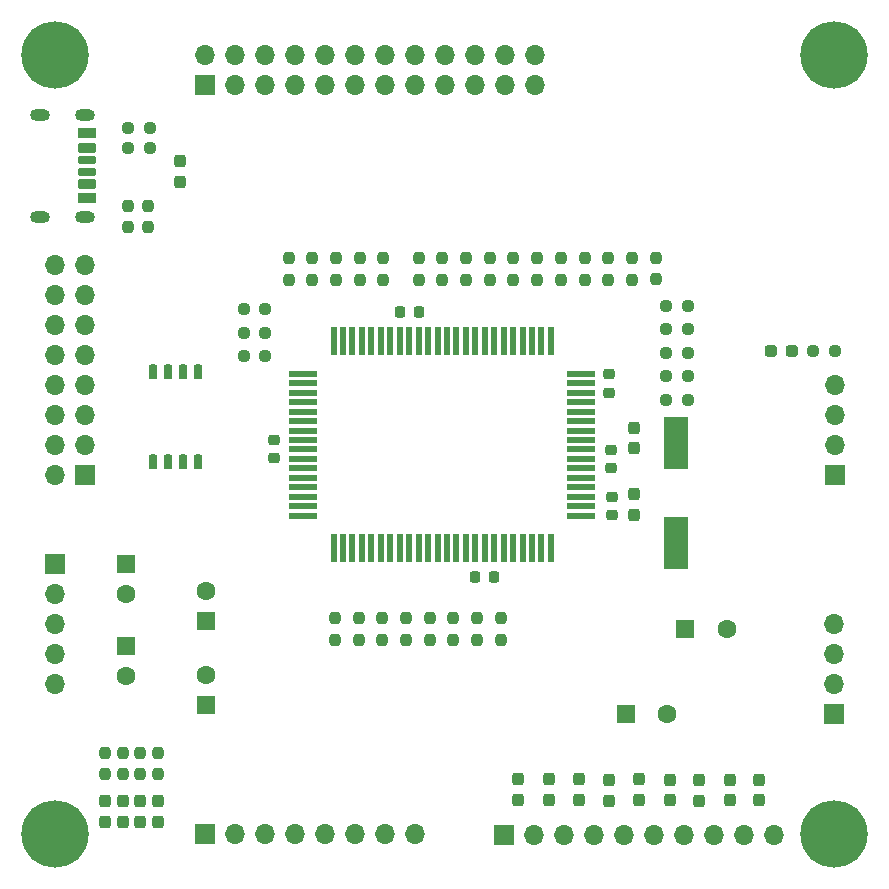
<source format=gts>
%TF.GenerationSoftware,KiCad,Pcbnew,9.0.0*%
%TF.CreationDate,2025-03-31T15:24:45+09:00*%
%TF.ProjectId,ymz771,796d7a37-3731-42e6-9b69-6361645f7063,rev?*%
%TF.SameCoordinates,Original*%
%TF.FileFunction,Soldermask,Top*%
%TF.FilePolarity,Negative*%
%FSLAX46Y46*%
G04 Gerber Fmt 4.6, Leading zero omitted, Abs format (unit mm)*
G04 Created by KiCad (PCBNEW 9.0.0) date 2025-03-31 15:24:45*
%MOMM*%
%LPD*%
G01*
G04 APERTURE LIST*
G04 Aperture macros list*
%AMRoundRect*
0 Rectangle with rounded corners*
0 $1 Rounding radius*
0 $2 $3 $4 $5 $6 $7 $8 $9 X,Y pos of 4 corners*
0 Add a 4 corners polygon primitive as box body*
4,1,4,$2,$3,$4,$5,$6,$7,$8,$9,$2,$3,0*
0 Add four circle primitives for the rounded corners*
1,1,$1+$1,$2,$3*
1,1,$1+$1,$4,$5*
1,1,$1+$1,$6,$7*
1,1,$1+$1,$8,$9*
0 Add four rect primitives between the rounded corners*
20,1,$1+$1,$2,$3,$4,$5,0*
20,1,$1+$1,$4,$5,$6,$7,0*
20,1,$1+$1,$6,$7,$8,$9,0*
20,1,$1+$1,$8,$9,$2,$3,0*%
G04 Aperture macros list end*
%ADD10RoundRect,0.237500X-0.237500X0.287500X-0.237500X-0.287500X0.237500X-0.287500X0.237500X0.287500X0*%
%ADD11R,1.600000X1.600000*%
%ADD12C,1.600000*%
%ADD13RoundRect,0.237500X0.237500X-0.250000X0.237500X0.250000X-0.237500X0.250000X-0.237500X-0.250000X0*%
%ADD14RoundRect,0.237500X0.237500X-0.287500X0.237500X0.287500X-0.237500X0.287500X-0.237500X-0.287500X0*%
%ADD15RoundRect,0.190000X-0.190000X0.445000X-0.190000X-0.445000X0.190000X-0.445000X0.190000X0.445000X0*%
%ADD16RoundRect,0.237500X-0.250000X-0.237500X0.250000X-0.237500X0.250000X0.237500X-0.250000X0.237500X0*%
%ADD17RoundRect,0.175000X-0.625000X0.175000X-0.625000X-0.175000X0.625000X-0.175000X0.625000X0.175000X0*%
%ADD18RoundRect,0.200000X-0.600000X0.200000X-0.600000X-0.200000X0.600000X-0.200000X0.600000X0.200000X0*%
%ADD19RoundRect,0.225000X-0.575000X0.225000X-0.575000X-0.225000X0.575000X-0.225000X0.575000X0.225000X0*%
%ADD20O,1.700000X1.000000*%
%ADD21RoundRect,0.237500X0.250000X0.237500X-0.250000X0.237500X-0.250000X-0.237500X0.250000X-0.237500X0*%
%ADD22C,5.700000*%
%ADD23R,1.700000X1.700000*%
%ADD24O,1.700000X1.700000*%
%ADD25RoundRect,0.237500X-0.237500X0.300000X-0.237500X-0.300000X0.237500X-0.300000X0.237500X0.300000X0*%
%ADD26RoundRect,0.225000X0.250000X-0.225000X0.250000X0.225000X-0.250000X0.225000X-0.250000X-0.225000X0*%
%ADD27RoundRect,0.237500X0.237500X-0.300000X0.237500X0.300000X-0.237500X0.300000X-0.237500X-0.300000X0*%
%ADD28RoundRect,0.225000X-0.250000X0.225000X-0.250000X-0.225000X0.250000X-0.225000X0.250000X0.225000X0*%
%ADD29RoundRect,0.225000X0.225000X0.250000X-0.225000X0.250000X-0.225000X-0.250000X0.225000X-0.250000X0*%
%ADD30R,2.000000X4.500000*%
%ADD31R,2.350000X0.600000*%
%ADD32R,0.600000X2.350000*%
%ADD33RoundRect,0.237500X-0.237500X0.250000X-0.237500X-0.250000X0.237500X-0.250000X0.237500X0.250000X0*%
%ADD34RoundRect,0.225000X-0.225000X-0.250000X0.225000X-0.250000X0.225000X0.250000X-0.225000X0.250000X0*%
%ADD35RoundRect,0.237500X-0.287500X-0.237500X0.287500X-0.237500X0.287500X0.237500X-0.287500X0.237500X0*%
G04 APERTURE END LIST*
D10*
%TO.C,D10*%
X157580000Y-141160000D03*
X157580000Y-139410000D03*
%TD*%
%TO.C,D15*%
X149940000Y-139400000D03*
X149940000Y-141150000D03*
%TD*%
%TO.C,D14*%
X147350000Y-139370000D03*
X147350000Y-141120000D03*
%TD*%
%TO.C,D13*%
X144850000Y-139370000D03*
X144850000Y-141120000D03*
%TD*%
%TO.C,D12*%
X142180000Y-139360000D03*
X142180000Y-141110000D03*
%TD*%
%TO.C,D11*%
X160180000Y-139387500D03*
X160180000Y-141137500D03*
%TD*%
%TO.C,D9*%
X155110000Y-139385000D03*
X155110000Y-141135000D03*
%TD*%
%TO.C,D8*%
X152490000Y-139365000D03*
X152490000Y-141115000D03*
%TD*%
%TO.C,D7*%
X162610000Y-139387500D03*
X162610000Y-141137500D03*
%TD*%
D11*
%TO.C,C16*%
X156377349Y-126590000D03*
D12*
X159877349Y-126590000D03*
%TD*%
D11*
%TO.C,C15*%
X151330000Y-133860000D03*
D12*
X154830000Y-133860000D03*
%TD*%
D13*
%TO.C,R42*%
X107230000Y-138940000D03*
X107230000Y-137115000D03*
%TD*%
%TO.C,R40*%
X110250000Y-138945000D03*
X110250000Y-137120000D03*
%TD*%
%TO.C,R39*%
X111760000Y-138945000D03*
X111760000Y-137120000D03*
%TD*%
D14*
%TO.C,D6*%
X107230000Y-142950000D03*
X107230000Y-141200000D03*
%TD*%
%TO.C,D5*%
X108740000Y-142950000D03*
X108740000Y-141200000D03*
%TD*%
%TO.C,D4*%
X110250000Y-142950000D03*
X110250000Y-141200000D03*
%TD*%
%TO.C,D3*%
X111760000Y-142950000D03*
X111760000Y-141200000D03*
%TD*%
D15*
%TO.C,SW1*%
X115095000Y-104850000D03*
X113825000Y-104850000D03*
X112555000Y-104850000D03*
X111285000Y-104850000D03*
X111285000Y-112470000D03*
X112555000Y-112470000D03*
X113825000Y-112470000D03*
X115095000Y-112470000D03*
%TD*%
D16*
%TO.C,R38*%
X167195000Y-103130000D03*
X169020000Y-103130000D03*
%TD*%
D17*
%TO.C,J7*%
X105700000Y-86920000D03*
D18*
X105700000Y-88940000D03*
D19*
X105700000Y-90170000D03*
D17*
X105700000Y-87920000D03*
D18*
X105700000Y-85900000D03*
D19*
X105700000Y-84670000D03*
D20*
X105520000Y-83100000D03*
X101720000Y-83100000D03*
X105520000Y-91740000D03*
X101720000Y-91740000D03*
%TD*%
D14*
%TO.C,D1*%
X113630000Y-88770000D03*
X113630000Y-87020000D03*
%TD*%
D21*
%TO.C,R36*%
X109200000Y-84230000D03*
X111025000Y-84230000D03*
%TD*%
D13*
%TO.C,R35*%
X109160000Y-90800000D03*
X109160000Y-92625000D03*
%TD*%
%TO.C,R34*%
X110870000Y-90807500D03*
X110870000Y-92632500D03*
%TD*%
D16*
%TO.C,R33*%
X111025000Y-85900000D03*
X109200000Y-85900000D03*
%TD*%
D22*
%TO.C,REF\u002A\u002A*%
X169010000Y-144000000D03*
%TD*%
%TO.C,REF\u002A\u002A*%
X103000000Y-144000000D03*
%TD*%
%TO.C,REF\u002A\u002A*%
X169000000Y-78010000D03*
%TD*%
%TO.C,REF\u002A\u002A*%
X103000000Y-78010000D03*
%TD*%
D23*
%TO.C,J5*%
X169020000Y-113560000D03*
D24*
X169020000Y-111020000D03*
X169020000Y-108480000D03*
X169020000Y-105940000D03*
%TD*%
D25*
%TO.C,C3*%
X152030000Y-111315000D03*
X152030000Y-109590000D03*
%TD*%
D26*
%TO.C,C2*%
X150165000Y-115460000D03*
X150165000Y-117010000D03*
%TD*%
%TO.C,C4*%
X149935000Y-105070000D03*
X149935000Y-106620000D03*
%TD*%
D27*
%TO.C,C12*%
X152030000Y-115227500D03*
X152030000Y-116952500D03*
%TD*%
D28*
%TO.C,C11*%
X121575000Y-112170000D03*
X121575000Y-110620000D03*
%TD*%
D29*
%TO.C,C5*%
X132255000Y-99820000D03*
X133805000Y-99820000D03*
%TD*%
D13*
%TO.C,R11*%
X137825000Y-95215000D03*
X137825000Y-97040000D03*
%TD*%
%TO.C,R8*%
X130815000Y-97040000D03*
X130815000Y-95215000D03*
%TD*%
D26*
%TO.C,C6*%
X150105000Y-111490000D03*
X150105000Y-113040000D03*
%TD*%
D13*
%TO.C,R12*%
X139825000Y-95215000D03*
X139825000Y-97040000D03*
%TD*%
%TO.C,R15*%
X145860000Y-95215000D03*
X145860000Y-97040000D03*
%TD*%
%TO.C,R9*%
X133825000Y-95235000D03*
X133825000Y-97060000D03*
%TD*%
%TO.C,R6*%
X126815000Y-95215000D03*
X126815000Y-97040000D03*
%TD*%
%TO.C,R5*%
X124795000Y-95215000D03*
X124795000Y-97040000D03*
%TD*%
D30*
%TO.C,Y1*%
X155630000Y-119380000D03*
X155630000Y-110880000D03*
%TD*%
D21*
%TO.C,R2*%
X120825000Y-101560000D03*
X119000000Y-101560000D03*
%TD*%
D13*
%TO.C,R7*%
X128815000Y-95225000D03*
X128815000Y-97050000D03*
%TD*%
D31*
%TO.C,U1*%
X124025000Y-117025000D03*
X124025000Y-116225000D03*
X124025000Y-115425000D03*
X124025000Y-114625000D03*
X124025000Y-113825000D03*
X124025000Y-113025000D03*
X124025000Y-112225000D03*
X124025000Y-111425000D03*
X124025000Y-110625000D03*
X124025000Y-109825000D03*
X124025000Y-109025000D03*
X124025000Y-108225000D03*
X124025000Y-107425000D03*
X124025000Y-106625000D03*
X124025000Y-105825000D03*
X124025000Y-105025000D03*
D32*
X126600000Y-102250000D03*
X127400000Y-102250000D03*
X128200000Y-102250000D03*
X129000000Y-102250000D03*
X129800000Y-102250000D03*
X130600000Y-102250000D03*
X131400000Y-102250000D03*
X132200000Y-102250000D03*
X133000000Y-102250000D03*
X133800000Y-102250000D03*
X134600000Y-102250000D03*
X135400000Y-102250000D03*
X136200000Y-102250000D03*
X137000000Y-102250000D03*
X137800000Y-102250000D03*
X138600000Y-102250000D03*
X139400000Y-102250000D03*
X140200000Y-102250000D03*
X141000000Y-102250000D03*
X141800000Y-102250000D03*
X142600000Y-102250000D03*
X143400000Y-102250000D03*
X144200000Y-102250000D03*
X145000000Y-102250000D03*
D31*
X147575000Y-105025000D03*
X147575000Y-105825000D03*
X147575000Y-106625000D03*
X147575000Y-107425000D03*
X147575000Y-108225000D03*
X147575000Y-109025000D03*
X147575000Y-109825000D03*
X147575000Y-110625000D03*
X147575000Y-111425000D03*
X147575000Y-112225000D03*
X147575000Y-113025000D03*
X147575000Y-113825000D03*
X147575000Y-114625000D03*
X147575000Y-115425000D03*
X147575000Y-116225000D03*
X147575000Y-117025000D03*
D32*
X145000000Y-119800000D03*
X144200000Y-119800000D03*
X143400000Y-119800000D03*
X142600000Y-119800000D03*
X141800000Y-119800000D03*
X141000000Y-119800000D03*
X140200000Y-119800000D03*
X139400000Y-119800000D03*
X138600000Y-119800000D03*
X137800000Y-119800000D03*
X137000000Y-119800000D03*
X136200000Y-119800000D03*
X135400000Y-119800000D03*
X134600000Y-119800000D03*
X133800000Y-119800000D03*
X133000000Y-119800000D03*
X132200000Y-119800000D03*
X131400000Y-119800000D03*
X130600000Y-119800000D03*
X129800000Y-119800000D03*
X129000000Y-119800000D03*
X128200000Y-119800000D03*
X127400000Y-119800000D03*
X126600000Y-119800000D03*
%TD*%
D13*
%TO.C,R4*%
X122805000Y-95215000D03*
X122805000Y-97040000D03*
%TD*%
%TO.C,R10*%
X135815000Y-95215000D03*
X135815000Y-97040000D03*
%TD*%
D21*
%TO.C,R1*%
X120825000Y-103550000D03*
X119000000Y-103550000D03*
%TD*%
D13*
%TO.C,R14*%
X143860000Y-95215000D03*
X143860000Y-97040000D03*
%TD*%
D21*
%TO.C,R3*%
X120815000Y-99570000D03*
X118990000Y-99570000D03*
%TD*%
D13*
%TO.C,R16*%
X147860000Y-95215000D03*
X147860000Y-97040000D03*
%TD*%
%TO.C,R13*%
X141825000Y-95215000D03*
X141825000Y-97040000D03*
%TD*%
D33*
%TO.C,R32*%
X126730000Y-125720000D03*
X126730000Y-127545000D03*
%TD*%
%TO.C,R31*%
X128740000Y-125710000D03*
X128740000Y-127535000D03*
%TD*%
%TO.C,R30*%
X130730000Y-125710000D03*
X130730000Y-127535000D03*
%TD*%
%TO.C,R29*%
X132730000Y-125710000D03*
X132730000Y-127535000D03*
%TD*%
%TO.C,R28*%
X134750000Y-125710000D03*
X134750000Y-127535000D03*
%TD*%
%TO.C,R27*%
X136730000Y-125700000D03*
X136730000Y-127525000D03*
%TD*%
%TO.C,R26*%
X138730000Y-125710000D03*
X138730000Y-127535000D03*
%TD*%
%TO.C,R25*%
X140740000Y-125700000D03*
X140740000Y-127525000D03*
%TD*%
D16*
%TO.C,R24*%
X154750000Y-107240000D03*
X156575000Y-107240000D03*
%TD*%
%TO.C,R23*%
X154760000Y-105250000D03*
X156585000Y-105250000D03*
%TD*%
%TO.C,R22*%
X154760000Y-103240000D03*
X156585000Y-103240000D03*
%TD*%
%TO.C,R21*%
X154760000Y-101260000D03*
X156585000Y-101260000D03*
%TD*%
%TO.C,R20*%
X154770000Y-99240000D03*
X156595000Y-99240000D03*
%TD*%
D13*
%TO.C,R19*%
X153860000Y-97030000D03*
X153860000Y-95205000D03*
%TD*%
%TO.C,R18*%
X151860000Y-97040000D03*
X151860000Y-95215000D03*
%TD*%
%TO.C,R17*%
X149860000Y-97050000D03*
X149860000Y-95225000D03*
%TD*%
D11*
%TO.C,C7*%
X108990000Y-121150000D03*
D12*
X108990000Y-123650000D03*
%TD*%
D23*
%TO.C,J4*%
X105540000Y-113600000D03*
D24*
X103000000Y-113600000D03*
X105540000Y-111060000D03*
X103000000Y-111060000D03*
X105540000Y-108520000D03*
X103000000Y-108520000D03*
X105540000Y-105980000D03*
X103000000Y-105980000D03*
X105540000Y-103440000D03*
X103000000Y-103440000D03*
X105540000Y-100900000D03*
X103000000Y-100900000D03*
X105540000Y-98360000D03*
X103000000Y-98360000D03*
X105540000Y-95820000D03*
X103000000Y-95820000D03*
%TD*%
D11*
%TO.C,C10*%
X115790000Y-133040000D03*
D12*
X115790000Y-130540000D03*
%TD*%
D23*
%TO.C,J3*%
X115680000Y-144020000D03*
D24*
X118220000Y-144020000D03*
X120760000Y-144020000D03*
X123300000Y-144020000D03*
X125840000Y-144020000D03*
X128380000Y-144020000D03*
X130920000Y-144020000D03*
X133460000Y-144020000D03*
%TD*%
D11*
%TO.C,C9*%
X109020000Y-128100000D03*
D12*
X109020000Y-130600000D03*
%TD*%
D23*
%TO.C,J6*%
X103020000Y-121150000D03*
D24*
X103020000Y-123690000D03*
X103020000Y-126230000D03*
X103020000Y-128770000D03*
X103020000Y-131310000D03*
%TD*%
D11*
%TO.C,C8*%
X115810000Y-125912379D03*
D12*
X115810000Y-123412379D03*
%TD*%
D23*
%TO.C,J8*%
X141050000Y-144030000D03*
D24*
X143590000Y-144030000D03*
X146130000Y-144030000D03*
X148670000Y-144030000D03*
X151210000Y-144030000D03*
X153750000Y-144030000D03*
X156290000Y-144030000D03*
X158830000Y-144030000D03*
X161370000Y-144030000D03*
X163910000Y-144030000D03*
%TD*%
D23*
%TO.C,J2*%
X115700000Y-80560000D03*
D24*
X115700000Y-78020000D03*
X118240000Y-80560000D03*
X118240000Y-78020000D03*
X120780000Y-80560000D03*
X120780000Y-78020000D03*
X123320000Y-80560000D03*
X123320000Y-78020000D03*
X125860000Y-80560000D03*
X125860000Y-78020000D03*
X128400000Y-80560000D03*
X128400000Y-78020000D03*
X130940000Y-80560000D03*
X130940000Y-78020000D03*
X133480000Y-80560000D03*
X133480000Y-78020000D03*
X136020000Y-80560000D03*
X136020000Y-78020000D03*
X138560000Y-80560000D03*
X138560000Y-78020000D03*
X141100000Y-80560000D03*
X141100000Y-78020000D03*
X143640000Y-80560000D03*
X143640000Y-78020000D03*
%TD*%
D34*
%TO.C,C1*%
X138600000Y-122210000D03*
X140150000Y-122210000D03*
%TD*%
D23*
%TO.C,J1*%
X169010000Y-133860000D03*
D24*
X169010000Y-131320000D03*
X169010000Y-128780000D03*
X169010000Y-126240000D03*
%TD*%
D35*
%TO.C,D2*%
X163675000Y-103130000D03*
X165425000Y-103130000D03*
%TD*%
D13*
%TO.C,R41*%
X108740000Y-138945000D03*
X108740000Y-137120000D03*
%TD*%
M02*

</source>
